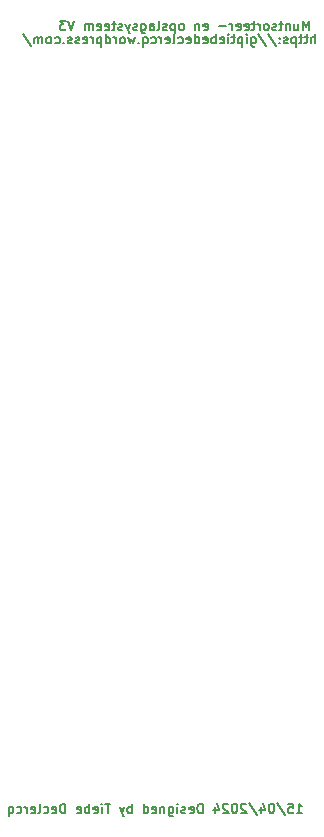
<source format=gbr>
%TF.GenerationSoftware,KiCad,Pcbnew,8.0.0*%
%TF.CreationDate,2024-04-15T20:03:37+02:00*%
%TF.ProjectId,MuntsorteerderESP,4d756e74-736f-4727-9465-657264657245,rev?*%
%TF.SameCoordinates,Original*%
%TF.FileFunction,Legend,Bot*%
%TF.FilePolarity,Positive*%
%FSLAX46Y46*%
G04 Gerber Fmt 4.6, Leading zero omitted, Abs format (unit mm)*
G04 Created by KiCad (PCBNEW 8.0.0) date 2024-04-15 20:03:37*
%MOMM*%
%LPD*%
G01*
G04 APERTURE LIST*
%ADD10C,0.160000*%
G04 APERTURE END LIST*
D10*
X172386213Y-94381775D02*
X172843356Y-94381775D01*
X172614784Y-94381775D02*
X172614784Y-93581775D01*
X172614784Y-93581775D02*
X172690975Y-93696060D01*
X172690975Y-93696060D02*
X172767165Y-93772251D01*
X172767165Y-93772251D02*
X172843356Y-93810346D01*
X171662403Y-93581775D02*
X172043355Y-93581775D01*
X172043355Y-93581775D02*
X172081451Y-93962727D01*
X172081451Y-93962727D02*
X172043355Y-93924632D01*
X172043355Y-93924632D02*
X171967165Y-93886537D01*
X171967165Y-93886537D02*
X171776689Y-93886537D01*
X171776689Y-93886537D02*
X171700498Y-93924632D01*
X171700498Y-93924632D02*
X171662403Y-93962727D01*
X171662403Y-93962727D02*
X171624308Y-94038918D01*
X171624308Y-94038918D02*
X171624308Y-94229394D01*
X171624308Y-94229394D02*
X171662403Y-94305584D01*
X171662403Y-94305584D02*
X171700498Y-94343680D01*
X171700498Y-94343680D02*
X171776689Y-94381775D01*
X171776689Y-94381775D02*
X171967165Y-94381775D01*
X171967165Y-94381775D02*
X172043355Y-94343680D01*
X172043355Y-94343680D02*
X172081451Y-94305584D01*
X170710022Y-93543680D02*
X171395736Y-94572251D01*
X170290974Y-93581775D02*
X170214784Y-93581775D01*
X170214784Y-93581775D02*
X170138593Y-93619870D01*
X170138593Y-93619870D02*
X170100498Y-93657965D01*
X170100498Y-93657965D02*
X170062403Y-93734156D01*
X170062403Y-93734156D02*
X170024308Y-93886537D01*
X170024308Y-93886537D02*
X170024308Y-94077013D01*
X170024308Y-94077013D02*
X170062403Y-94229394D01*
X170062403Y-94229394D02*
X170100498Y-94305584D01*
X170100498Y-94305584D02*
X170138593Y-94343680D01*
X170138593Y-94343680D02*
X170214784Y-94381775D01*
X170214784Y-94381775D02*
X170290974Y-94381775D01*
X170290974Y-94381775D02*
X170367165Y-94343680D01*
X170367165Y-94343680D02*
X170405260Y-94305584D01*
X170405260Y-94305584D02*
X170443355Y-94229394D01*
X170443355Y-94229394D02*
X170481451Y-94077013D01*
X170481451Y-94077013D02*
X170481451Y-93886537D01*
X170481451Y-93886537D02*
X170443355Y-93734156D01*
X170443355Y-93734156D02*
X170405260Y-93657965D01*
X170405260Y-93657965D02*
X170367165Y-93619870D01*
X170367165Y-93619870D02*
X170290974Y-93581775D01*
X169338593Y-93848441D02*
X169338593Y-94381775D01*
X169529069Y-93543680D02*
X169719546Y-94115108D01*
X169719546Y-94115108D02*
X169224307Y-94115108D01*
X168348117Y-93543680D02*
X169033831Y-94572251D01*
X168119546Y-93657965D02*
X168081450Y-93619870D01*
X168081450Y-93619870D02*
X168005260Y-93581775D01*
X168005260Y-93581775D02*
X167814784Y-93581775D01*
X167814784Y-93581775D02*
X167738593Y-93619870D01*
X167738593Y-93619870D02*
X167700498Y-93657965D01*
X167700498Y-93657965D02*
X167662403Y-93734156D01*
X167662403Y-93734156D02*
X167662403Y-93810346D01*
X167662403Y-93810346D02*
X167700498Y-93924632D01*
X167700498Y-93924632D02*
X168157641Y-94381775D01*
X168157641Y-94381775D02*
X167662403Y-94381775D01*
X167167164Y-93581775D02*
X167090974Y-93581775D01*
X167090974Y-93581775D02*
X167014783Y-93619870D01*
X167014783Y-93619870D02*
X166976688Y-93657965D01*
X166976688Y-93657965D02*
X166938593Y-93734156D01*
X166938593Y-93734156D02*
X166900498Y-93886537D01*
X166900498Y-93886537D02*
X166900498Y-94077013D01*
X166900498Y-94077013D02*
X166938593Y-94229394D01*
X166938593Y-94229394D02*
X166976688Y-94305584D01*
X166976688Y-94305584D02*
X167014783Y-94343680D01*
X167014783Y-94343680D02*
X167090974Y-94381775D01*
X167090974Y-94381775D02*
X167167164Y-94381775D01*
X167167164Y-94381775D02*
X167243355Y-94343680D01*
X167243355Y-94343680D02*
X167281450Y-94305584D01*
X167281450Y-94305584D02*
X167319545Y-94229394D01*
X167319545Y-94229394D02*
X167357641Y-94077013D01*
X167357641Y-94077013D02*
X167357641Y-93886537D01*
X167357641Y-93886537D02*
X167319545Y-93734156D01*
X167319545Y-93734156D02*
X167281450Y-93657965D01*
X167281450Y-93657965D02*
X167243355Y-93619870D01*
X167243355Y-93619870D02*
X167167164Y-93581775D01*
X166595736Y-93657965D02*
X166557640Y-93619870D01*
X166557640Y-93619870D02*
X166481450Y-93581775D01*
X166481450Y-93581775D02*
X166290974Y-93581775D01*
X166290974Y-93581775D02*
X166214783Y-93619870D01*
X166214783Y-93619870D02*
X166176688Y-93657965D01*
X166176688Y-93657965D02*
X166138593Y-93734156D01*
X166138593Y-93734156D02*
X166138593Y-93810346D01*
X166138593Y-93810346D02*
X166176688Y-93924632D01*
X166176688Y-93924632D02*
X166633831Y-94381775D01*
X166633831Y-94381775D02*
X166138593Y-94381775D01*
X165452878Y-93848441D02*
X165452878Y-94381775D01*
X165643354Y-93543680D02*
X165833831Y-94115108D01*
X165833831Y-94115108D02*
X165338592Y-94115108D01*
X164424306Y-94381775D02*
X164424306Y-93581775D01*
X164424306Y-93581775D02*
X164233830Y-93581775D01*
X164233830Y-93581775D02*
X164119544Y-93619870D01*
X164119544Y-93619870D02*
X164043354Y-93696060D01*
X164043354Y-93696060D02*
X164005259Y-93772251D01*
X164005259Y-93772251D02*
X163967163Y-93924632D01*
X163967163Y-93924632D02*
X163967163Y-94038918D01*
X163967163Y-94038918D02*
X164005259Y-94191299D01*
X164005259Y-94191299D02*
X164043354Y-94267489D01*
X164043354Y-94267489D02*
X164119544Y-94343680D01*
X164119544Y-94343680D02*
X164233830Y-94381775D01*
X164233830Y-94381775D02*
X164424306Y-94381775D01*
X163319544Y-94343680D02*
X163395735Y-94381775D01*
X163395735Y-94381775D02*
X163548116Y-94381775D01*
X163548116Y-94381775D02*
X163624306Y-94343680D01*
X163624306Y-94343680D02*
X163662402Y-94267489D01*
X163662402Y-94267489D02*
X163662402Y-93962727D01*
X163662402Y-93962727D02*
X163624306Y-93886537D01*
X163624306Y-93886537D02*
X163548116Y-93848441D01*
X163548116Y-93848441D02*
X163395735Y-93848441D01*
X163395735Y-93848441D02*
X163319544Y-93886537D01*
X163319544Y-93886537D02*
X163281449Y-93962727D01*
X163281449Y-93962727D02*
X163281449Y-94038918D01*
X163281449Y-94038918D02*
X163662402Y-94115108D01*
X162976688Y-94343680D02*
X162900497Y-94381775D01*
X162900497Y-94381775D02*
X162748116Y-94381775D01*
X162748116Y-94381775D02*
X162671926Y-94343680D01*
X162671926Y-94343680D02*
X162633830Y-94267489D01*
X162633830Y-94267489D02*
X162633830Y-94229394D01*
X162633830Y-94229394D02*
X162671926Y-94153203D01*
X162671926Y-94153203D02*
X162748116Y-94115108D01*
X162748116Y-94115108D02*
X162862402Y-94115108D01*
X162862402Y-94115108D02*
X162938592Y-94077013D01*
X162938592Y-94077013D02*
X162976688Y-94000822D01*
X162976688Y-94000822D02*
X162976688Y-93962727D01*
X162976688Y-93962727D02*
X162938592Y-93886537D01*
X162938592Y-93886537D02*
X162862402Y-93848441D01*
X162862402Y-93848441D02*
X162748116Y-93848441D01*
X162748116Y-93848441D02*
X162671926Y-93886537D01*
X162290973Y-94381775D02*
X162290973Y-93848441D01*
X162290973Y-93581775D02*
X162329069Y-93619870D01*
X162329069Y-93619870D02*
X162290973Y-93657965D01*
X162290973Y-93657965D02*
X162252878Y-93619870D01*
X162252878Y-93619870D02*
X162290973Y-93581775D01*
X162290973Y-93581775D02*
X162290973Y-93657965D01*
X161567164Y-93848441D02*
X161567164Y-94496060D01*
X161567164Y-94496060D02*
X161605259Y-94572251D01*
X161605259Y-94572251D02*
X161643355Y-94610346D01*
X161643355Y-94610346D02*
X161719545Y-94648441D01*
X161719545Y-94648441D02*
X161833831Y-94648441D01*
X161833831Y-94648441D02*
X161910021Y-94610346D01*
X161567164Y-94343680D02*
X161643355Y-94381775D01*
X161643355Y-94381775D02*
X161795736Y-94381775D01*
X161795736Y-94381775D02*
X161871926Y-94343680D01*
X161871926Y-94343680D02*
X161910021Y-94305584D01*
X161910021Y-94305584D02*
X161948117Y-94229394D01*
X161948117Y-94229394D02*
X161948117Y-94000822D01*
X161948117Y-94000822D02*
X161910021Y-93924632D01*
X161910021Y-93924632D02*
X161871926Y-93886537D01*
X161871926Y-93886537D02*
X161795736Y-93848441D01*
X161795736Y-93848441D02*
X161643355Y-93848441D01*
X161643355Y-93848441D02*
X161567164Y-93886537D01*
X161186211Y-93848441D02*
X161186211Y-94381775D01*
X161186211Y-93924632D02*
X161148116Y-93886537D01*
X161148116Y-93886537D02*
X161071926Y-93848441D01*
X161071926Y-93848441D02*
X160957640Y-93848441D01*
X160957640Y-93848441D02*
X160881449Y-93886537D01*
X160881449Y-93886537D02*
X160843354Y-93962727D01*
X160843354Y-93962727D02*
X160843354Y-94381775D01*
X160157639Y-94343680D02*
X160233830Y-94381775D01*
X160233830Y-94381775D02*
X160386211Y-94381775D01*
X160386211Y-94381775D02*
X160462401Y-94343680D01*
X160462401Y-94343680D02*
X160500497Y-94267489D01*
X160500497Y-94267489D02*
X160500497Y-93962727D01*
X160500497Y-93962727D02*
X160462401Y-93886537D01*
X160462401Y-93886537D02*
X160386211Y-93848441D01*
X160386211Y-93848441D02*
X160233830Y-93848441D01*
X160233830Y-93848441D02*
X160157639Y-93886537D01*
X160157639Y-93886537D02*
X160119544Y-93962727D01*
X160119544Y-93962727D02*
X160119544Y-94038918D01*
X160119544Y-94038918D02*
X160500497Y-94115108D01*
X159433830Y-94381775D02*
X159433830Y-93581775D01*
X159433830Y-94343680D02*
X159510021Y-94381775D01*
X159510021Y-94381775D02*
X159662402Y-94381775D01*
X159662402Y-94381775D02*
X159738592Y-94343680D01*
X159738592Y-94343680D02*
X159776687Y-94305584D01*
X159776687Y-94305584D02*
X159814783Y-94229394D01*
X159814783Y-94229394D02*
X159814783Y-94000822D01*
X159814783Y-94000822D02*
X159776687Y-93924632D01*
X159776687Y-93924632D02*
X159738592Y-93886537D01*
X159738592Y-93886537D02*
X159662402Y-93848441D01*
X159662402Y-93848441D02*
X159510021Y-93848441D01*
X159510021Y-93848441D02*
X159433830Y-93886537D01*
X158443353Y-94381775D02*
X158443353Y-93581775D01*
X158443353Y-93886537D02*
X158367163Y-93848441D01*
X158367163Y-93848441D02*
X158214782Y-93848441D01*
X158214782Y-93848441D02*
X158138591Y-93886537D01*
X158138591Y-93886537D02*
X158100496Y-93924632D01*
X158100496Y-93924632D02*
X158062401Y-94000822D01*
X158062401Y-94000822D02*
X158062401Y-94229394D01*
X158062401Y-94229394D02*
X158100496Y-94305584D01*
X158100496Y-94305584D02*
X158138591Y-94343680D01*
X158138591Y-94343680D02*
X158214782Y-94381775D01*
X158214782Y-94381775D02*
X158367163Y-94381775D01*
X158367163Y-94381775D02*
X158443353Y-94343680D01*
X157795734Y-93848441D02*
X157605258Y-94381775D01*
X157414781Y-93848441D02*
X157605258Y-94381775D01*
X157605258Y-94381775D02*
X157681448Y-94572251D01*
X157681448Y-94572251D02*
X157719543Y-94610346D01*
X157719543Y-94610346D02*
X157795734Y-94648441D01*
X156614781Y-93581775D02*
X156157638Y-93581775D01*
X156386210Y-94381775D02*
X156386210Y-93581775D01*
X155890971Y-94381775D02*
X155890971Y-93848441D01*
X155890971Y-93581775D02*
X155929067Y-93619870D01*
X155929067Y-93619870D02*
X155890971Y-93657965D01*
X155890971Y-93657965D02*
X155852876Y-93619870D01*
X155852876Y-93619870D02*
X155890971Y-93581775D01*
X155890971Y-93581775D02*
X155890971Y-93657965D01*
X155205257Y-94343680D02*
X155281448Y-94381775D01*
X155281448Y-94381775D02*
X155433829Y-94381775D01*
X155433829Y-94381775D02*
X155510019Y-94343680D01*
X155510019Y-94343680D02*
X155548115Y-94267489D01*
X155548115Y-94267489D02*
X155548115Y-93962727D01*
X155548115Y-93962727D02*
X155510019Y-93886537D01*
X155510019Y-93886537D02*
X155433829Y-93848441D01*
X155433829Y-93848441D02*
X155281448Y-93848441D01*
X155281448Y-93848441D02*
X155205257Y-93886537D01*
X155205257Y-93886537D02*
X155167162Y-93962727D01*
X155167162Y-93962727D02*
X155167162Y-94038918D01*
X155167162Y-94038918D02*
X155548115Y-94115108D01*
X154824305Y-94381775D02*
X154824305Y-93581775D01*
X154824305Y-93886537D02*
X154748115Y-93848441D01*
X154748115Y-93848441D02*
X154595734Y-93848441D01*
X154595734Y-93848441D02*
X154519543Y-93886537D01*
X154519543Y-93886537D02*
X154481448Y-93924632D01*
X154481448Y-93924632D02*
X154443353Y-94000822D01*
X154443353Y-94000822D02*
X154443353Y-94229394D01*
X154443353Y-94229394D02*
X154481448Y-94305584D01*
X154481448Y-94305584D02*
X154519543Y-94343680D01*
X154519543Y-94343680D02*
X154595734Y-94381775D01*
X154595734Y-94381775D02*
X154748115Y-94381775D01*
X154748115Y-94381775D02*
X154824305Y-94343680D01*
X153795733Y-94343680D02*
X153871924Y-94381775D01*
X153871924Y-94381775D02*
X154024305Y-94381775D01*
X154024305Y-94381775D02*
X154100495Y-94343680D01*
X154100495Y-94343680D02*
X154138591Y-94267489D01*
X154138591Y-94267489D02*
X154138591Y-93962727D01*
X154138591Y-93962727D02*
X154100495Y-93886537D01*
X154100495Y-93886537D02*
X154024305Y-93848441D01*
X154024305Y-93848441D02*
X153871924Y-93848441D01*
X153871924Y-93848441D02*
X153795733Y-93886537D01*
X153795733Y-93886537D02*
X153757638Y-93962727D01*
X153757638Y-93962727D02*
X153757638Y-94038918D01*
X153757638Y-94038918D02*
X154138591Y-94115108D01*
X152805257Y-94381775D02*
X152805257Y-93581775D01*
X152805257Y-93581775D02*
X152614781Y-93581775D01*
X152614781Y-93581775D02*
X152500495Y-93619870D01*
X152500495Y-93619870D02*
X152424305Y-93696060D01*
X152424305Y-93696060D02*
X152386210Y-93772251D01*
X152386210Y-93772251D02*
X152348114Y-93924632D01*
X152348114Y-93924632D02*
X152348114Y-94038918D01*
X152348114Y-94038918D02*
X152386210Y-94191299D01*
X152386210Y-94191299D02*
X152424305Y-94267489D01*
X152424305Y-94267489D02*
X152500495Y-94343680D01*
X152500495Y-94343680D02*
X152614781Y-94381775D01*
X152614781Y-94381775D02*
X152805257Y-94381775D01*
X151700495Y-94343680D02*
X151776686Y-94381775D01*
X151776686Y-94381775D02*
X151929067Y-94381775D01*
X151929067Y-94381775D02*
X152005257Y-94343680D01*
X152005257Y-94343680D02*
X152043353Y-94267489D01*
X152043353Y-94267489D02*
X152043353Y-93962727D01*
X152043353Y-93962727D02*
X152005257Y-93886537D01*
X152005257Y-93886537D02*
X151929067Y-93848441D01*
X151929067Y-93848441D02*
X151776686Y-93848441D01*
X151776686Y-93848441D02*
X151700495Y-93886537D01*
X151700495Y-93886537D02*
X151662400Y-93962727D01*
X151662400Y-93962727D02*
X151662400Y-94038918D01*
X151662400Y-94038918D02*
X152043353Y-94115108D01*
X150976686Y-94343680D02*
X151052877Y-94381775D01*
X151052877Y-94381775D02*
X151205258Y-94381775D01*
X151205258Y-94381775D02*
X151281448Y-94343680D01*
X151281448Y-94343680D02*
X151319543Y-94305584D01*
X151319543Y-94305584D02*
X151357639Y-94229394D01*
X151357639Y-94229394D02*
X151357639Y-94000822D01*
X151357639Y-94000822D02*
X151319543Y-93924632D01*
X151319543Y-93924632D02*
X151281448Y-93886537D01*
X151281448Y-93886537D02*
X151205258Y-93848441D01*
X151205258Y-93848441D02*
X151052877Y-93848441D01*
X151052877Y-93848441D02*
X150976686Y-93886537D01*
X150519544Y-94381775D02*
X150595734Y-94343680D01*
X150595734Y-94343680D02*
X150633829Y-94267489D01*
X150633829Y-94267489D02*
X150633829Y-93581775D01*
X149910019Y-94343680D02*
X149986210Y-94381775D01*
X149986210Y-94381775D02*
X150138591Y-94381775D01*
X150138591Y-94381775D02*
X150214781Y-94343680D01*
X150214781Y-94343680D02*
X150252877Y-94267489D01*
X150252877Y-94267489D02*
X150252877Y-93962727D01*
X150252877Y-93962727D02*
X150214781Y-93886537D01*
X150214781Y-93886537D02*
X150138591Y-93848441D01*
X150138591Y-93848441D02*
X149986210Y-93848441D01*
X149986210Y-93848441D02*
X149910019Y-93886537D01*
X149910019Y-93886537D02*
X149871924Y-93962727D01*
X149871924Y-93962727D02*
X149871924Y-94038918D01*
X149871924Y-94038918D02*
X150252877Y-94115108D01*
X149529067Y-94381775D02*
X149529067Y-93848441D01*
X149529067Y-94000822D02*
X149490972Y-93924632D01*
X149490972Y-93924632D02*
X149452877Y-93886537D01*
X149452877Y-93886537D02*
X149376686Y-93848441D01*
X149376686Y-93848441D02*
X149300496Y-93848441D01*
X148690972Y-94343680D02*
X148767163Y-94381775D01*
X148767163Y-94381775D02*
X148919544Y-94381775D01*
X148919544Y-94381775D02*
X148995734Y-94343680D01*
X148995734Y-94343680D02*
X149033829Y-94305584D01*
X149033829Y-94305584D02*
X149071925Y-94229394D01*
X149071925Y-94229394D02*
X149071925Y-94000822D01*
X149071925Y-94000822D02*
X149033829Y-93924632D01*
X149033829Y-93924632D02*
X148995734Y-93886537D01*
X148995734Y-93886537D02*
X148919544Y-93848441D01*
X148919544Y-93848441D02*
X148767163Y-93848441D01*
X148767163Y-93848441D02*
X148690972Y-93886537D01*
X148005258Y-93848441D02*
X148005258Y-94648441D01*
X148005258Y-94343680D02*
X148081449Y-94381775D01*
X148081449Y-94381775D02*
X148233830Y-94381775D01*
X148233830Y-94381775D02*
X148310020Y-94343680D01*
X148310020Y-94343680D02*
X148348115Y-94305584D01*
X148348115Y-94305584D02*
X148386211Y-94229394D01*
X148386211Y-94229394D02*
X148386211Y-94000822D01*
X148386211Y-94000822D02*
X148348115Y-93924632D01*
X148348115Y-93924632D02*
X148310020Y-93886537D01*
X148310020Y-93886537D02*
X148233830Y-93848441D01*
X148233830Y-93848441D02*
X148081449Y-93848441D01*
X148081449Y-93848441D02*
X148005258Y-93886537D01*
X173948260Y-29230775D02*
X173948260Y-28430775D01*
X173605403Y-29230775D02*
X173605403Y-28811727D01*
X173605403Y-28811727D02*
X173643498Y-28735537D01*
X173643498Y-28735537D02*
X173719689Y-28697441D01*
X173719689Y-28697441D02*
X173833975Y-28697441D01*
X173833975Y-28697441D02*
X173910165Y-28735537D01*
X173910165Y-28735537D02*
X173948260Y-28773632D01*
X173338736Y-28697441D02*
X173033974Y-28697441D01*
X173224450Y-28430775D02*
X173224450Y-29116489D01*
X173224450Y-29116489D02*
X173186355Y-29192680D01*
X173186355Y-29192680D02*
X173110165Y-29230775D01*
X173110165Y-29230775D02*
X173033974Y-29230775D01*
X172881593Y-28697441D02*
X172576831Y-28697441D01*
X172767307Y-28430775D02*
X172767307Y-29116489D01*
X172767307Y-29116489D02*
X172729212Y-29192680D01*
X172729212Y-29192680D02*
X172653022Y-29230775D01*
X172653022Y-29230775D02*
X172576831Y-29230775D01*
X172310164Y-28697441D02*
X172310164Y-29497441D01*
X172310164Y-28735537D02*
X172233974Y-28697441D01*
X172233974Y-28697441D02*
X172081593Y-28697441D01*
X172081593Y-28697441D02*
X172005402Y-28735537D01*
X172005402Y-28735537D02*
X171967307Y-28773632D01*
X171967307Y-28773632D02*
X171929212Y-28849822D01*
X171929212Y-28849822D02*
X171929212Y-29078394D01*
X171929212Y-29078394D02*
X171967307Y-29154584D01*
X171967307Y-29154584D02*
X172005402Y-29192680D01*
X172005402Y-29192680D02*
X172081593Y-29230775D01*
X172081593Y-29230775D02*
X172233974Y-29230775D01*
X172233974Y-29230775D02*
X172310164Y-29192680D01*
X171624450Y-29192680D02*
X171548259Y-29230775D01*
X171548259Y-29230775D02*
X171395878Y-29230775D01*
X171395878Y-29230775D02*
X171319688Y-29192680D01*
X171319688Y-29192680D02*
X171281592Y-29116489D01*
X171281592Y-29116489D02*
X171281592Y-29078394D01*
X171281592Y-29078394D02*
X171319688Y-29002203D01*
X171319688Y-29002203D02*
X171395878Y-28964108D01*
X171395878Y-28964108D02*
X171510164Y-28964108D01*
X171510164Y-28964108D02*
X171586354Y-28926013D01*
X171586354Y-28926013D02*
X171624450Y-28849822D01*
X171624450Y-28849822D02*
X171624450Y-28811727D01*
X171624450Y-28811727D02*
X171586354Y-28735537D01*
X171586354Y-28735537D02*
X171510164Y-28697441D01*
X171510164Y-28697441D02*
X171395878Y-28697441D01*
X171395878Y-28697441D02*
X171319688Y-28735537D01*
X170938735Y-29154584D02*
X170900640Y-29192680D01*
X170900640Y-29192680D02*
X170938735Y-29230775D01*
X170938735Y-29230775D02*
X170976831Y-29192680D01*
X170976831Y-29192680D02*
X170938735Y-29154584D01*
X170938735Y-29154584D02*
X170938735Y-29230775D01*
X170938735Y-28735537D02*
X170900640Y-28773632D01*
X170900640Y-28773632D02*
X170938735Y-28811727D01*
X170938735Y-28811727D02*
X170976831Y-28773632D01*
X170976831Y-28773632D02*
X170938735Y-28735537D01*
X170938735Y-28735537D02*
X170938735Y-28811727D01*
X169986355Y-28392680D02*
X170672069Y-29421251D01*
X169148260Y-28392680D02*
X169833974Y-29421251D01*
X168538736Y-28697441D02*
X168538736Y-29345060D01*
X168538736Y-29345060D02*
X168576831Y-29421251D01*
X168576831Y-29421251D02*
X168614927Y-29459346D01*
X168614927Y-29459346D02*
X168691117Y-29497441D01*
X168691117Y-29497441D02*
X168805403Y-29497441D01*
X168805403Y-29497441D02*
X168881593Y-29459346D01*
X168538736Y-29192680D02*
X168614927Y-29230775D01*
X168614927Y-29230775D02*
X168767308Y-29230775D01*
X168767308Y-29230775D02*
X168843498Y-29192680D01*
X168843498Y-29192680D02*
X168881593Y-29154584D01*
X168881593Y-29154584D02*
X168919689Y-29078394D01*
X168919689Y-29078394D02*
X168919689Y-28849822D01*
X168919689Y-28849822D02*
X168881593Y-28773632D01*
X168881593Y-28773632D02*
X168843498Y-28735537D01*
X168843498Y-28735537D02*
X168767308Y-28697441D01*
X168767308Y-28697441D02*
X168614927Y-28697441D01*
X168614927Y-28697441D02*
X168538736Y-28735537D01*
X168157783Y-29230775D02*
X168157783Y-28697441D01*
X168157783Y-28430775D02*
X168195879Y-28468870D01*
X168195879Y-28468870D02*
X168157783Y-28506965D01*
X168157783Y-28506965D02*
X168119688Y-28468870D01*
X168119688Y-28468870D02*
X168157783Y-28430775D01*
X168157783Y-28430775D02*
X168157783Y-28506965D01*
X167776831Y-28697441D02*
X167776831Y-29497441D01*
X167776831Y-28735537D02*
X167700641Y-28697441D01*
X167700641Y-28697441D02*
X167548260Y-28697441D01*
X167548260Y-28697441D02*
X167472069Y-28735537D01*
X167472069Y-28735537D02*
X167433974Y-28773632D01*
X167433974Y-28773632D02*
X167395879Y-28849822D01*
X167395879Y-28849822D02*
X167395879Y-29078394D01*
X167395879Y-29078394D02*
X167433974Y-29154584D01*
X167433974Y-29154584D02*
X167472069Y-29192680D01*
X167472069Y-29192680D02*
X167548260Y-29230775D01*
X167548260Y-29230775D02*
X167700641Y-29230775D01*
X167700641Y-29230775D02*
X167776831Y-29192680D01*
X167167307Y-28697441D02*
X166862545Y-28697441D01*
X167053021Y-28430775D02*
X167053021Y-29116489D01*
X167053021Y-29116489D02*
X167014926Y-29192680D01*
X167014926Y-29192680D02*
X166938736Y-29230775D01*
X166938736Y-29230775D02*
X166862545Y-29230775D01*
X166595878Y-29230775D02*
X166595878Y-28697441D01*
X166595878Y-28430775D02*
X166633974Y-28468870D01*
X166633974Y-28468870D02*
X166595878Y-28506965D01*
X166595878Y-28506965D02*
X166557783Y-28468870D01*
X166557783Y-28468870D02*
X166595878Y-28430775D01*
X166595878Y-28430775D02*
X166595878Y-28506965D01*
X165910164Y-29192680D02*
X165986355Y-29230775D01*
X165986355Y-29230775D02*
X166138736Y-29230775D01*
X166138736Y-29230775D02*
X166214926Y-29192680D01*
X166214926Y-29192680D02*
X166253022Y-29116489D01*
X166253022Y-29116489D02*
X166253022Y-28811727D01*
X166253022Y-28811727D02*
X166214926Y-28735537D01*
X166214926Y-28735537D02*
X166138736Y-28697441D01*
X166138736Y-28697441D02*
X165986355Y-28697441D01*
X165986355Y-28697441D02*
X165910164Y-28735537D01*
X165910164Y-28735537D02*
X165872069Y-28811727D01*
X165872069Y-28811727D02*
X165872069Y-28887918D01*
X165872069Y-28887918D02*
X166253022Y-28964108D01*
X165529212Y-29230775D02*
X165529212Y-28430775D01*
X165529212Y-28735537D02*
X165453022Y-28697441D01*
X165453022Y-28697441D02*
X165300641Y-28697441D01*
X165300641Y-28697441D02*
X165224450Y-28735537D01*
X165224450Y-28735537D02*
X165186355Y-28773632D01*
X165186355Y-28773632D02*
X165148260Y-28849822D01*
X165148260Y-28849822D02*
X165148260Y-29078394D01*
X165148260Y-29078394D02*
X165186355Y-29154584D01*
X165186355Y-29154584D02*
X165224450Y-29192680D01*
X165224450Y-29192680D02*
X165300641Y-29230775D01*
X165300641Y-29230775D02*
X165453022Y-29230775D01*
X165453022Y-29230775D02*
X165529212Y-29192680D01*
X164500640Y-29192680D02*
X164576831Y-29230775D01*
X164576831Y-29230775D02*
X164729212Y-29230775D01*
X164729212Y-29230775D02*
X164805402Y-29192680D01*
X164805402Y-29192680D02*
X164843498Y-29116489D01*
X164843498Y-29116489D02*
X164843498Y-28811727D01*
X164843498Y-28811727D02*
X164805402Y-28735537D01*
X164805402Y-28735537D02*
X164729212Y-28697441D01*
X164729212Y-28697441D02*
X164576831Y-28697441D01*
X164576831Y-28697441D02*
X164500640Y-28735537D01*
X164500640Y-28735537D02*
X164462545Y-28811727D01*
X164462545Y-28811727D02*
X164462545Y-28887918D01*
X164462545Y-28887918D02*
X164843498Y-28964108D01*
X163776831Y-29230775D02*
X163776831Y-28430775D01*
X163776831Y-29192680D02*
X163853022Y-29230775D01*
X163853022Y-29230775D02*
X164005403Y-29230775D01*
X164005403Y-29230775D02*
X164081593Y-29192680D01*
X164081593Y-29192680D02*
X164119688Y-29154584D01*
X164119688Y-29154584D02*
X164157784Y-29078394D01*
X164157784Y-29078394D02*
X164157784Y-28849822D01*
X164157784Y-28849822D02*
X164119688Y-28773632D01*
X164119688Y-28773632D02*
X164081593Y-28735537D01*
X164081593Y-28735537D02*
X164005403Y-28697441D01*
X164005403Y-28697441D02*
X163853022Y-28697441D01*
X163853022Y-28697441D02*
X163776831Y-28735537D01*
X163091116Y-29192680D02*
X163167307Y-29230775D01*
X163167307Y-29230775D02*
X163319688Y-29230775D01*
X163319688Y-29230775D02*
X163395878Y-29192680D01*
X163395878Y-29192680D02*
X163433974Y-29116489D01*
X163433974Y-29116489D02*
X163433974Y-28811727D01*
X163433974Y-28811727D02*
X163395878Y-28735537D01*
X163395878Y-28735537D02*
X163319688Y-28697441D01*
X163319688Y-28697441D02*
X163167307Y-28697441D01*
X163167307Y-28697441D02*
X163091116Y-28735537D01*
X163091116Y-28735537D02*
X163053021Y-28811727D01*
X163053021Y-28811727D02*
X163053021Y-28887918D01*
X163053021Y-28887918D02*
X163433974Y-28964108D01*
X162367307Y-29192680D02*
X162443498Y-29230775D01*
X162443498Y-29230775D02*
X162595879Y-29230775D01*
X162595879Y-29230775D02*
X162672069Y-29192680D01*
X162672069Y-29192680D02*
X162710164Y-29154584D01*
X162710164Y-29154584D02*
X162748260Y-29078394D01*
X162748260Y-29078394D02*
X162748260Y-28849822D01*
X162748260Y-28849822D02*
X162710164Y-28773632D01*
X162710164Y-28773632D02*
X162672069Y-28735537D01*
X162672069Y-28735537D02*
X162595879Y-28697441D01*
X162595879Y-28697441D02*
X162443498Y-28697441D01*
X162443498Y-28697441D02*
X162367307Y-28735537D01*
X161910165Y-29230775D02*
X161986355Y-29192680D01*
X161986355Y-29192680D02*
X162024450Y-29116489D01*
X162024450Y-29116489D02*
X162024450Y-28430775D01*
X161300640Y-29192680D02*
X161376831Y-29230775D01*
X161376831Y-29230775D02*
X161529212Y-29230775D01*
X161529212Y-29230775D02*
X161605402Y-29192680D01*
X161605402Y-29192680D02*
X161643498Y-29116489D01*
X161643498Y-29116489D02*
X161643498Y-28811727D01*
X161643498Y-28811727D02*
X161605402Y-28735537D01*
X161605402Y-28735537D02*
X161529212Y-28697441D01*
X161529212Y-28697441D02*
X161376831Y-28697441D01*
X161376831Y-28697441D02*
X161300640Y-28735537D01*
X161300640Y-28735537D02*
X161262545Y-28811727D01*
X161262545Y-28811727D02*
X161262545Y-28887918D01*
X161262545Y-28887918D02*
X161643498Y-28964108D01*
X160919688Y-29230775D02*
X160919688Y-28697441D01*
X160919688Y-28849822D02*
X160881593Y-28773632D01*
X160881593Y-28773632D02*
X160843498Y-28735537D01*
X160843498Y-28735537D02*
X160767307Y-28697441D01*
X160767307Y-28697441D02*
X160691117Y-28697441D01*
X160081593Y-29192680D02*
X160157784Y-29230775D01*
X160157784Y-29230775D02*
X160310165Y-29230775D01*
X160310165Y-29230775D02*
X160386355Y-29192680D01*
X160386355Y-29192680D02*
X160424450Y-29154584D01*
X160424450Y-29154584D02*
X160462546Y-29078394D01*
X160462546Y-29078394D02*
X160462546Y-28849822D01*
X160462546Y-28849822D02*
X160424450Y-28773632D01*
X160424450Y-28773632D02*
X160386355Y-28735537D01*
X160386355Y-28735537D02*
X160310165Y-28697441D01*
X160310165Y-28697441D02*
X160157784Y-28697441D01*
X160157784Y-28697441D02*
X160081593Y-28735537D01*
X159395879Y-28697441D02*
X159395879Y-29497441D01*
X159395879Y-29192680D02*
X159472070Y-29230775D01*
X159472070Y-29230775D02*
X159624451Y-29230775D01*
X159624451Y-29230775D02*
X159700641Y-29192680D01*
X159700641Y-29192680D02*
X159738736Y-29154584D01*
X159738736Y-29154584D02*
X159776832Y-29078394D01*
X159776832Y-29078394D02*
X159776832Y-28849822D01*
X159776832Y-28849822D02*
X159738736Y-28773632D01*
X159738736Y-28773632D02*
X159700641Y-28735537D01*
X159700641Y-28735537D02*
X159624451Y-28697441D01*
X159624451Y-28697441D02*
X159472070Y-28697441D01*
X159472070Y-28697441D02*
X159395879Y-28735537D01*
X159014926Y-29154584D02*
X158976831Y-29192680D01*
X158976831Y-29192680D02*
X159014926Y-29230775D01*
X159014926Y-29230775D02*
X159053022Y-29192680D01*
X159053022Y-29192680D02*
X159014926Y-29154584D01*
X159014926Y-29154584D02*
X159014926Y-29230775D01*
X158710165Y-28697441D02*
X158557784Y-29230775D01*
X158557784Y-29230775D02*
X158405403Y-28849822D01*
X158405403Y-28849822D02*
X158253022Y-29230775D01*
X158253022Y-29230775D02*
X158100641Y-28697441D01*
X157681594Y-29230775D02*
X157757784Y-29192680D01*
X157757784Y-29192680D02*
X157795879Y-29154584D01*
X157795879Y-29154584D02*
X157833975Y-29078394D01*
X157833975Y-29078394D02*
X157833975Y-28849822D01*
X157833975Y-28849822D02*
X157795879Y-28773632D01*
X157795879Y-28773632D02*
X157757784Y-28735537D01*
X157757784Y-28735537D02*
X157681594Y-28697441D01*
X157681594Y-28697441D02*
X157567308Y-28697441D01*
X157567308Y-28697441D02*
X157491117Y-28735537D01*
X157491117Y-28735537D02*
X157453022Y-28773632D01*
X157453022Y-28773632D02*
X157414927Y-28849822D01*
X157414927Y-28849822D02*
X157414927Y-29078394D01*
X157414927Y-29078394D02*
X157453022Y-29154584D01*
X157453022Y-29154584D02*
X157491117Y-29192680D01*
X157491117Y-29192680D02*
X157567308Y-29230775D01*
X157567308Y-29230775D02*
X157681594Y-29230775D01*
X157072069Y-29230775D02*
X157072069Y-28697441D01*
X157072069Y-28849822D02*
X157033974Y-28773632D01*
X157033974Y-28773632D02*
X156995879Y-28735537D01*
X156995879Y-28735537D02*
X156919688Y-28697441D01*
X156919688Y-28697441D02*
X156843498Y-28697441D01*
X156233974Y-29230775D02*
X156233974Y-28430775D01*
X156233974Y-29192680D02*
X156310165Y-29230775D01*
X156310165Y-29230775D02*
X156462546Y-29230775D01*
X156462546Y-29230775D02*
X156538736Y-29192680D01*
X156538736Y-29192680D02*
X156576831Y-29154584D01*
X156576831Y-29154584D02*
X156614927Y-29078394D01*
X156614927Y-29078394D02*
X156614927Y-28849822D01*
X156614927Y-28849822D02*
X156576831Y-28773632D01*
X156576831Y-28773632D02*
X156538736Y-28735537D01*
X156538736Y-28735537D02*
X156462546Y-28697441D01*
X156462546Y-28697441D02*
X156310165Y-28697441D01*
X156310165Y-28697441D02*
X156233974Y-28735537D01*
X155853021Y-28697441D02*
X155853021Y-29497441D01*
X155853021Y-28735537D02*
X155776831Y-28697441D01*
X155776831Y-28697441D02*
X155624450Y-28697441D01*
X155624450Y-28697441D02*
X155548259Y-28735537D01*
X155548259Y-28735537D02*
X155510164Y-28773632D01*
X155510164Y-28773632D02*
X155472069Y-28849822D01*
X155472069Y-28849822D02*
X155472069Y-29078394D01*
X155472069Y-29078394D02*
X155510164Y-29154584D01*
X155510164Y-29154584D02*
X155548259Y-29192680D01*
X155548259Y-29192680D02*
X155624450Y-29230775D01*
X155624450Y-29230775D02*
X155776831Y-29230775D01*
X155776831Y-29230775D02*
X155853021Y-29192680D01*
X155129211Y-29230775D02*
X155129211Y-28697441D01*
X155129211Y-28849822D02*
X155091116Y-28773632D01*
X155091116Y-28773632D02*
X155053021Y-28735537D01*
X155053021Y-28735537D02*
X154976830Y-28697441D01*
X154976830Y-28697441D02*
X154900640Y-28697441D01*
X154329211Y-29192680D02*
X154405402Y-29230775D01*
X154405402Y-29230775D02*
X154557783Y-29230775D01*
X154557783Y-29230775D02*
X154633973Y-29192680D01*
X154633973Y-29192680D02*
X154672069Y-29116489D01*
X154672069Y-29116489D02*
X154672069Y-28811727D01*
X154672069Y-28811727D02*
X154633973Y-28735537D01*
X154633973Y-28735537D02*
X154557783Y-28697441D01*
X154557783Y-28697441D02*
X154405402Y-28697441D01*
X154405402Y-28697441D02*
X154329211Y-28735537D01*
X154329211Y-28735537D02*
X154291116Y-28811727D01*
X154291116Y-28811727D02*
X154291116Y-28887918D01*
X154291116Y-28887918D02*
X154672069Y-28964108D01*
X153986355Y-29192680D02*
X153910164Y-29230775D01*
X153910164Y-29230775D02*
X153757783Y-29230775D01*
X153757783Y-29230775D02*
X153681593Y-29192680D01*
X153681593Y-29192680D02*
X153643497Y-29116489D01*
X153643497Y-29116489D02*
X153643497Y-29078394D01*
X153643497Y-29078394D02*
X153681593Y-29002203D01*
X153681593Y-29002203D02*
X153757783Y-28964108D01*
X153757783Y-28964108D02*
X153872069Y-28964108D01*
X153872069Y-28964108D02*
X153948259Y-28926013D01*
X153948259Y-28926013D02*
X153986355Y-28849822D01*
X153986355Y-28849822D02*
X153986355Y-28811727D01*
X153986355Y-28811727D02*
X153948259Y-28735537D01*
X153948259Y-28735537D02*
X153872069Y-28697441D01*
X153872069Y-28697441D02*
X153757783Y-28697441D01*
X153757783Y-28697441D02*
X153681593Y-28735537D01*
X153338736Y-29192680D02*
X153262545Y-29230775D01*
X153262545Y-29230775D02*
X153110164Y-29230775D01*
X153110164Y-29230775D02*
X153033974Y-29192680D01*
X153033974Y-29192680D02*
X152995878Y-29116489D01*
X152995878Y-29116489D02*
X152995878Y-29078394D01*
X152995878Y-29078394D02*
X153033974Y-29002203D01*
X153033974Y-29002203D02*
X153110164Y-28964108D01*
X153110164Y-28964108D02*
X153224450Y-28964108D01*
X153224450Y-28964108D02*
X153300640Y-28926013D01*
X153300640Y-28926013D02*
X153338736Y-28849822D01*
X153338736Y-28849822D02*
X153338736Y-28811727D01*
X153338736Y-28811727D02*
X153300640Y-28735537D01*
X153300640Y-28735537D02*
X153224450Y-28697441D01*
X153224450Y-28697441D02*
X153110164Y-28697441D01*
X153110164Y-28697441D02*
X153033974Y-28735537D01*
X152653021Y-29154584D02*
X152614926Y-29192680D01*
X152614926Y-29192680D02*
X152653021Y-29230775D01*
X152653021Y-29230775D02*
X152691117Y-29192680D01*
X152691117Y-29192680D02*
X152653021Y-29154584D01*
X152653021Y-29154584D02*
X152653021Y-29230775D01*
X151929212Y-29192680D02*
X152005403Y-29230775D01*
X152005403Y-29230775D02*
X152157784Y-29230775D01*
X152157784Y-29230775D02*
X152233974Y-29192680D01*
X152233974Y-29192680D02*
X152272069Y-29154584D01*
X152272069Y-29154584D02*
X152310165Y-29078394D01*
X152310165Y-29078394D02*
X152310165Y-28849822D01*
X152310165Y-28849822D02*
X152272069Y-28773632D01*
X152272069Y-28773632D02*
X152233974Y-28735537D01*
X152233974Y-28735537D02*
X152157784Y-28697441D01*
X152157784Y-28697441D02*
X152005403Y-28697441D01*
X152005403Y-28697441D02*
X151929212Y-28735537D01*
X151472070Y-29230775D02*
X151548260Y-29192680D01*
X151548260Y-29192680D02*
X151586355Y-29154584D01*
X151586355Y-29154584D02*
X151624451Y-29078394D01*
X151624451Y-29078394D02*
X151624451Y-28849822D01*
X151624451Y-28849822D02*
X151586355Y-28773632D01*
X151586355Y-28773632D02*
X151548260Y-28735537D01*
X151548260Y-28735537D02*
X151472070Y-28697441D01*
X151472070Y-28697441D02*
X151357784Y-28697441D01*
X151357784Y-28697441D02*
X151281593Y-28735537D01*
X151281593Y-28735537D02*
X151243498Y-28773632D01*
X151243498Y-28773632D02*
X151205403Y-28849822D01*
X151205403Y-28849822D02*
X151205403Y-29078394D01*
X151205403Y-29078394D02*
X151243498Y-29154584D01*
X151243498Y-29154584D02*
X151281593Y-29192680D01*
X151281593Y-29192680D02*
X151357784Y-29230775D01*
X151357784Y-29230775D02*
X151472070Y-29230775D01*
X150862545Y-29230775D02*
X150862545Y-28697441D01*
X150862545Y-28773632D02*
X150824450Y-28735537D01*
X150824450Y-28735537D02*
X150748260Y-28697441D01*
X150748260Y-28697441D02*
X150633974Y-28697441D01*
X150633974Y-28697441D02*
X150557783Y-28735537D01*
X150557783Y-28735537D02*
X150519688Y-28811727D01*
X150519688Y-28811727D02*
X150519688Y-29230775D01*
X150519688Y-28811727D02*
X150481593Y-28735537D01*
X150481593Y-28735537D02*
X150405402Y-28697441D01*
X150405402Y-28697441D02*
X150291117Y-28697441D01*
X150291117Y-28697441D02*
X150214926Y-28735537D01*
X150214926Y-28735537D02*
X150176831Y-28811727D01*
X150176831Y-28811727D02*
X150176831Y-29230775D01*
X149224450Y-28392680D02*
X149910164Y-29421251D01*
X173440260Y-28087775D02*
X173440260Y-27287775D01*
X173440260Y-27287775D02*
X173173594Y-27859203D01*
X173173594Y-27859203D02*
X172906927Y-27287775D01*
X172906927Y-27287775D02*
X172906927Y-28087775D01*
X172183117Y-27554441D02*
X172183117Y-28087775D01*
X172525974Y-27554441D02*
X172525974Y-27973489D01*
X172525974Y-27973489D02*
X172487879Y-28049680D01*
X172487879Y-28049680D02*
X172411689Y-28087775D01*
X172411689Y-28087775D02*
X172297403Y-28087775D01*
X172297403Y-28087775D02*
X172221212Y-28049680D01*
X172221212Y-28049680D02*
X172183117Y-28011584D01*
X171802164Y-27554441D02*
X171802164Y-28087775D01*
X171802164Y-27630632D02*
X171764069Y-27592537D01*
X171764069Y-27592537D02*
X171687879Y-27554441D01*
X171687879Y-27554441D02*
X171573593Y-27554441D01*
X171573593Y-27554441D02*
X171497402Y-27592537D01*
X171497402Y-27592537D02*
X171459307Y-27668727D01*
X171459307Y-27668727D02*
X171459307Y-28087775D01*
X171192640Y-27554441D02*
X170887878Y-27554441D01*
X171078354Y-27287775D02*
X171078354Y-27973489D01*
X171078354Y-27973489D02*
X171040259Y-28049680D01*
X171040259Y-28049680D02*
X170964069Y-28087775D01*
X170964069Y-28087775D02*
X170887878Y-28087775D01*
X170659307Y-28049680D02*
X170583116Y-28087775D01*
X170583116Y-28087775D02*
X170430735Y-28087775D01*
X170430735Y-28087775D02*
X170354545Y-28049680D01*
X170354545Y-28049680D02*
X170316449Y-27973489D01*
X170316449Y-27973489D02*
X170316449Y-27935394D01*
X170316449Y-27935394D02*
X170354545Y-27859203D01*
X170354545Y-27859203D02*
X170430735Y-27821108D01*
X170430735Y-27821108D02*
X170545021Y-27821108D01*
X170545021Y-27821108D02*
X170621211Y-27783013D01*
X170621211Y-27783013D02*
X170659307Y-27706822D01*
X170659307Y-27706822D02*
X170659307Y-27668727D01*
X170659307Y-27668727D02*
X170621211Y-27592537D01*
X170621211Y-27592537D02*
X170545021Y-27554441D01*
X170545021Y-27554441D02*
X170430735Y-27554441D01*
X170430735Y-27554441D02*
X170354545Y-27592537D01*
X169859307Y-28087775D02*
X169935497Y-28049680D01*
X169935497Y-28049680D02*
X169973592Y-28011584D01*
X169973592Y-28011584D02*
X170011688Y-27935394D01*
X170011688Y-27935394D02*
X170011688Y-27706822D01*
X170011688Y-27706822D02*
X169973592Y-27630632D01*
X169973592Y-27630632D02*
X169935497Y-27592537D01*
X169935497Y-27592537D02*
X169859307Y-27554441D01*
X169859307Y-27554441D02*
X169745021Y-27554441D01*
X169745021Y-27554441D02*
X169668830Y-27592537D01*
X169668830Y-27592537D02*
X169630735Y-27630632D01*
X169630735Y-27630632D02*
X169592640Y-27706822D01*
X169592640Y-27706822D02*
X169592640Y-27935394D01*
X169592640Y-27935394D02*
X169630735Y-28011584D01*
X169630735Y-28011584D02*
X169668830Y-28049680D01*
X169668830Y-28049680D02*
X169745021Y-28087775D01*
X169745021Y-28087775D02*
X169859307Y-28087775D01*
X169249782Y-28087775D02*
X169249782Y-27554441D01*
X169249782Y-27706822D02*
X169211687Y-27630632D01*
X169211687Y-27630632D02*
X169173592Y-27592537D01*
X169173592Y-27592537D02*
X169097401Y-27554441D01*
X169097401Y-27554441D02*
X169021211Y-27554441D01*
X168868830Y-27554441D02*
X168564068Y-27554441D01*
X168754544Y-27287775D02*
X168754544Y-27973489D01*
X168754544Y-27973489D02*
X168716449Y-28049680D01*
X168716449Y-28049680D02*
X168640259Y-28087775D01*
X168640259Y-28087775D02*
X168564068Y-28087775D01*
X167992639Y-28049680D02*
X168068830Y-28087775D01*
X168068830Y-28087775D02*
X168221211Y-28087775D01*
X168221211Y-28087775D02*
X168297401Y-28049680D01*
X168297401Y-28049680D02*
X168335497Y-27973489D01*
X168335497Y-27973489D02*
X168335497Y-27668727D01*
X168335497Y-27668727D02*
X168297401Y-27592537D01*
X168297401Y-27592537D02*
X168221211Y-27554441D01*
X168221211Y-27554441D02*
X168068830Y-27554441D01*
X168068830Y-27554441D02*
X167992639Y-27592537D01*
X167992639Y-27592537D02*
X167954544Y-27668727D01*
X167954544Y-27668727D02*
X167954544Y-27744918D01*
X167954544Y-27744918D02*
X168335497Y-27821108D01*
X167306925Y-28049680D02*
X167383116Y-28087775D01*
X167383116Y-28087775D02*
X167535497Y-28087775D01*
X167535497Y-28087775D02*
X167611687Y-28049680D01*
X167611687Y-28049680D02*
X167649783Y-27973489D01*
X167649783Y-27973489D02*
X167649783Y-27668727D01*
X167649783Y-27668727D02*
X167611687Y-27592537D01*
X167611687Y-27592537D02*
X167535497Y-27554441D01*
X167535497Y-27554441D02*
X167383116Y-27554441D01*
X167383116Y-27554441D02*
X167306925Y-27592537D01*
X167306925Y-27592537D02*
X167268830Y-27668727D01*
X167268830Y-27668727D02*
X167268830Y-27744918D01*
X167268830Y-27744918D02*
X167649783Y-27821108D01*
X166925973Y-28087775D02*
X166925973Y-27554441D01*
X166925973Y-27706822D02*
X166887878Y-27630632D01*
X166887878Y-27630632D02*
X166849783Y-27592537D01*
X166849783Y-27592537D02*
X166773592Y-27554441D01*
X166773592Y-27554441D02*
X166697402Y-27554441D01*
X166430735Y-27783013D02*
X165821212Y-27783013D01*
X164525973Y-28049680D02*
X164602164Y-28087775D01*
X164602164Y-28087775D02*
X164754545Y-28087775D01*
X164754545Y-28087775D02*
X164830735Y-28049680D01*
X164830735Y-28049680D02*
X164868831Y-27973489D01*
X164868831Y-27973489D02*
X164868831Y-27668727D01*
X164868831Y-27668727D02*
X164830735Y-27592537D01*
X164830735Y-27592537D02*
X164754545Y-27554441D01*
X164754545Y-27554441D02*
X164602164Y-27554441D01*
X164602164Y-27554441D02*
X164525973Y-27592537D01*
X164525973Y-27592537D02*
X164487878Y-27668727D01*
X164487878Y-27668727D02*
X164487878Y-27744918D01*
X164487878Y-27744918D02*
X164868831Y-27821108D01*
X164145021Y-27554441D02*
X164145021Y-28087775D01*
X164145021Y-27630632D02*
X164106926Y-27592537D01*
X164106926Y-27592537D02*
X164030736Y-27554441D01*
X164030736Y-27554441D02*
X163916450Y-27554441D01*
X163916450Y-27554441D02*
X163840259Y-27592537D01*
X163840259Y-27592537D02*
X163802164Y-27668727D01*
X163802164Y-27668727D02*
X163802164Y-28087775D01*
X162697402Y-28087775D02*
X162773592Y-28049680D01*
X162773592Y-28049680D02*
X162811687Y-28011584D01*
X162811687Y-28011584D02*
X162849783Y-27935394D01*
X162849783Y-27935394D02*
X162849783Y-27706822D01*
X162849783Y-27706822D02*
X162811687Y-27630632D01*
X162811687Y-27630632D02*
X162773592Y-27592537D01*
X162773592Y-27592537D02*
X162697402Y-27554441D01*
X162697402Y-27554441D02*
X162583116Y-27554441D01*
X162583116Y-27554441D02*
X162506925Y-27592537D01*
X162506925Y-27592537D02*
X162468830Y-27630632D01*
X162468830Y-27630632D02*
X162430735Y-27706822D01*
X162430735Y-27706822D02*
X162430735Y-27935394D01*
X162430735Y-27935394D02*
X162468830Y-28011584D01*
X162468830Y-28011584D02*
X162506925Y-28049680D01*
X162506925Y-28049680D02*
X162583116Y-28087775D01*
X162583116Y-28087775D02*
X162697402Y-28087775D01*
X162087877Y-27554441D02*
X162087877Y-28354441D01*
X162087877Y-27592537D02*
X162011687Y-27554441D01*
X162011687Y-27554441D02*
X161859306Y-27554441D01*
X161859306Y-27554441D02*
X161783115Y-27592537D01*
X161783115Y-27592537D02*
X161745020Y-27630632D01*
X161745020Y-27630632D02*
X161706925Y-27706822D01*
X161706925Y-27706822D02*
X161706925Y-27935394D01*
X161706925Y-27935394D02*
X161745020Y-28011584D01*
X161745020Y-28011584D02*
X161783115Y-28049680D01*
X161783115Y-28049680D02*
X161859306Y-28087775D01*
X161859306Y-28087775D02*
X162011687Y-28087775D01*
X162011687Y-28087775D02*
X162087877Y-28049680D01*
X161402163Y-28049680D02*
X161325972Y-28087775D01*
X161325972Y-28087775D02*
X161173591Y-28087775D01*
X161173591Y-28087775D02*
X161097401Y-28049680D01*
X161097401Y-28049680D02*
X161059305Y-27973489D01*
X161059305Y-27973489D02*
X161059305Y-27935394D01*
X161059305Y-27935394D02*
X161097401Y-27859203D01*
X161097401Y-27859203D02*
X161173591Y-27821108D01*
X161173591Y-27821108D02*
X161287877Y-27821108D01*
X161287877Y-27821108D02*
X161364067Y-27783013D01*
X161364067Y-27783013D02*
X161402163Y-27706822D01*
X161402163Y-27706822D02*
X161402163Y-27668727D01*
X161402163Y-27668727D02*
X161364067Y-27592537D01*
X161364067Y-27592537D02*
X161287877Y-27554441D01*
X161287877Y-27554441D02*
X161173591Y-27554441D01*
X161173591Y-27554441D02*
X161097401Y-27592537D01*
X160602163Y-28087775D02*
X160678353Y-28049680D01*
X160678353Y-28049680D02*
X160716448Y-27973489D01*
X160716448Y-27973489D02*
X160716448Y-27287775D01*
X159954543Y-28087775D02*
X159954543Y-27668727D01*
X159954543Y-27668727D02*
X159992638Y-27592537D01*
X159992638Y-27592537D02*
X160068829Y-27554441D01*
X160068829Y-27554441D02*
X160221210Y-27554441D01*
X160221210Y-27554441D02*
X160297400Y-27592537D01*
X159954543Y-28049680D02*
X160030734Y-28087775D01*
X160030734Y-28087775D02*
X160221210Y-28087775D01*
X160221210Y-28087775D02*
X160297400Y-28049680D01*
X160297400Y-28049680D02*
X160335496Y-27973489D01*
X160335496Y-27973489D02*
X160335496Y-27897299D01*
X160335496Y-27897299D02*
X160297400Y-27821108D01*
X160297400Y-27821108D02*
X160221210Y-27783013D01*
X160221210Y-27783013D02*
X160030734Y-27783013D01*
X160030734Y-27783013D02*
X159954543Y-27744918D01*
X159230733Y-27554441D02*
X159230733Y-28202060D01*
X159230733Y-28202060D02*
X159268828Y-28278251D01*
X159268828Y-28278251D02*
X159306924Y-28316346D01*
X159306924Y-28316346D02*
X159383114Y-28354441D01*
X159383114Y-28354441D02*
X159497400Y-28354441D01*
X159497400Y-28354441D02*
X159573590Y-28316346D01*
X159230733Y-28049680D02*
X159306924Y-28087775D01*
X159306924Y-28087775D02*
X159459305Y-28087775D01*
X159459305Y-28087775D02*
X159535495Y-28049680D01*
X159535495Y-28049680D02*
X159573590Y-28011584D01*
X159573590Y-28011584D02*
X159611686Y-27935394D01*
X159611686Y-27935394D02*
X159611686Y-27706822D01*
X159611686Y-27706822D02*
X159573590Y-27630632D01*
X159573590Y-27630632D02*
X159535495Y-27592537D01*
X159535495Y-27592537D02*
X159459305Y-27554441D01*
X159459305Y-27554441D02*
X159306924Y-27554441D01*
X159306924Y-27554441D02*
X159230733Y-27592537D01*
X158887876Y-28049680D02*
X158811685Y-28087775D01*
X158811685Y-28087775D02*
X158659304Y-28087775D01*
X158659304Y-28087775D02*
X158583114Y-28049680D01*
X158583114Y-28049680D02*
X158545018Y-27973489D01*
X158545018Y-27973489D02*
X158545018Y-27935394D01*
X158545018Y-27935394D02*
X158583114Y-27859203D01*
X158583114Y-27859203D02*
X158659304Y-27821108D01*
X158659304Y-27821108D02*
X158773590Y-27821108D01*
X158773590Y-27821108D02*
X158849780Y-27783013D01*
X158849780Y-27783013D02*
X158887876Y-27706822D01*
X158887876Y-27706822D02*
X158887876Y-27668727D01*
X158887876Y-27668727D02*
X158849780Y-27592537D01*
X158849780Y-27592537D02*
X158773590Y-27554441D01*
X158773590Y-27554441D02*
X158659304Y-27554441D01*
X158659304Y-27554441D02*
X158583114Y-27592537D01*
X158278352Y-27554441D02*
X158087876Y-28087775D01*
X157897399Y-27554441D02*
X158087876Y-28087775D01*
X158087876Y-28087775D02*
X158164066Y-28278251D01*
X158164066Y-28278251D02*
X158202161Y-28316346D01*
X158202161Y-28316346D02*
X158278352Y-28354441D01*
X157630733Y-28049680D02*
X157554542Y-28087775D01*
X157554542Y-28087775D02*
X157402161Y-28087775D01*
X157402161Y-28087775D02*
X157325971Y-28049680D01*
X157325971Y-28049680D02*
X157287875Y-27973489D01*
X157287875Y-27973489D02*
X157287875Y-27935394D01*
X157287875Y-27935394D02*
X157325971Y-27859203D01*
X157325971Y-27859203D02*
X157402161Y-27821108D01*
X157402161Y-27821108D02*
X157516447Y-27821108D01*
X157516447Y-27821108D02*
X157592637Y-27783013D01*
X157592637Y-27783013D02*
X157630733Y-27706822D01*
X157630733Y-27706822D02*
X157630733Y-27668727D01*
X157630733Y-27668727D02*
X157592637Y-27592537D01*
X157592637Y-27592537D02*
X157516447Y-27554441D01*
X157516447Y-27554441D02*
X157402161Y-27554441D01*
X157402161Y-27554441D02*
X157325971Y-27592537D01*
X157059304Y-27554441D02*
X156754542Y-27554441D01*
X156945018Y-27287775D02*
X156945018Y-27973489D01*
X156945018Y-27973489D02*
X156906923Y-28049680D01*
X156906923Y-28049680D02*
X156830733Y-28087775D01*
X156830733Y-28087775D02*
X156754542Y-28087775D01*
X156183113Y-28049680D02*
X156259304Y-28087775D01*
X156259304Y-28087775D02*
X156411685Y-28087775D01*
X156411685Y-28087775D02*
X156487875Y-28049680D01*
X156487875Y-28049680D02*
X156525971Y-27973489D01*
X156525971Y-27973489D02*
X156525971Y-27668727D01*
X156525971Y-27668727D02*
X156487875Y-27592537D01*
X156487875Y-27592537D02*
X156411685Y-27554441D01*
X156411685Y-27554441D02*
X156259304Y-27554441D01*
X156259304Y-27554441D02*
X156183113Y-27592537D01*
X156183113Y-27592537D02*
X156145018Y-27668727D01*
X156145018Y-27668727D02*
X156145018Y-27744918D01*
X156145018Y-27744918D02*
X156525971Y-27821108D01*
X155497399Y-28049680D02*
X155573590Y-28087775D01*
X155573590Y-28087775D02*
X155725971Y-28087775D01*
X155725971Y-28087775D02*
X155802161Y-28049680D01*
X155802161Y-28049680D02*
X155840257Y-27973489D01*
X155840257Y-27973489D02*
X155840257Y-27668727D01*
X155840257Y-27668727D02*
X155802161Y-27592537D01*
X155802161Y-27592537D02*
X155725971Y-27554441D01*
X155725971Y-27554441D02*
X155573590Y-27554441D01*
X155573590Y-27554441D02*
X155497399Y-27592537D01*
X155497399Y-27592537D02*
X155459304Y-27668727D01*
X155459304Y-27668727D02*
X155459304Y-27744918D01*
X155459304Y-27744918D02*
X155840257Y-27821108D01*
X155116447Y-28087775D02*
X155116447Y-27554441D01*
X155116447Y-27630632D02*
X155078352Y-27592537D01*
X155078352Y-27592537D02*
X155002162Y-27554441D01*
X155002162Y-27554441D02*
X154887876Y-27554441D01*
X154887876Y-27554441D02*
X154811685Y-27592537D01*
X154811685Y-27592537D02*
X154773590Y-27668727D01*
X154773590Y-27668727D02*
X154773590Y-28087775D01*
X154773590Y-27668727D02*
X154735495Y-27592537D01*
X154735495Y-27592537D02*
X154659304Y-27554441D01*
X154659304Y-27554441D02*
X154545019Y-27554441D01*
X154545019Y-27554441D02*
X154468828Y-27592537D01*
X154468828Y-27592537D02*
X154430733Y-27668727D01*
X154430733Y-27668727D02*
X154430733Y-28087775D01*
X153554542Y-27287775D02*
X153287875Y-28087775D01*
X153287875Y-28087775D02*
X153021209Y-27287775D01*
X152830733Y-27287775D02*
X152335495Y-27287775D01*
X152335495Y-27287775D02*
X152602161Y-27592537D01*
X152602161Y-27592537D02*
X152487876Y-27592537D01*
X152487876Y-27592537D02*
X152411685Y-27630632D01*
X152411685Y-27630632D02*
X152373590Y-27668727D01*
X152373590Y-27668727D02*
X152335495Y-27744918D01*
X152335495Y-27744918D02*
X152335495Y-27935394D01*
X152335495Y-27935394D02*
X152373590Y-28011584D01*
X152373590Y-28011584D02*
X152411685Y-28049680D01*
X152411685Y-28049680D02*
X152487876Y-28087775D01*
X152487876Y-28087775D02*
X152716447Y-28087775D01*
X152716447Y-28087775D02*
X152792638Y-28049680D01*
X152792638Y-28049680D02*
X152830733Y-28011584D01*
M02*

</source>
